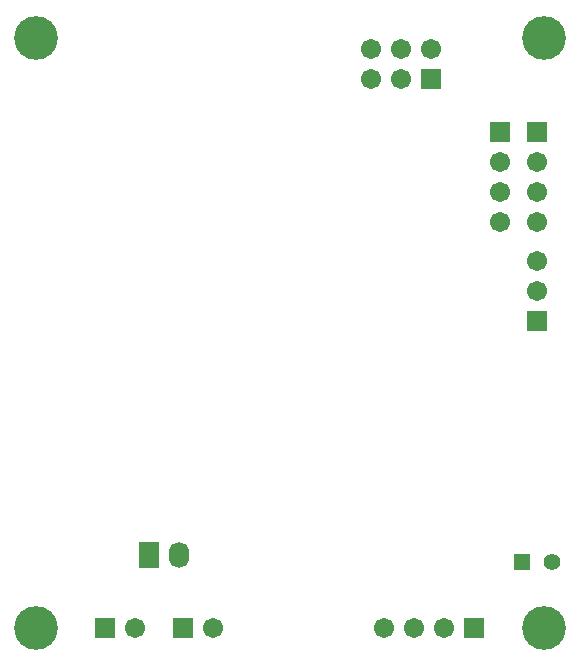
<source format=gbs>
G04*
G04 #@! TF.GenerationSoftware,Altium Limited,Altium Designer,21.6.4 (81)*
G04*
G04 Layer_Color=16711935*
%FSLAX25Y25*%
%MOIN*%
G70*
G04*
G04 #@! TF.SameCoordinates,7C905695-A8D0-471C-AD1A-FFB52B7834A9*
G04*
G04*
G04 #@! TF.FilePolarity,Negative*
G04*
G01*
G75*
%ADD55C,0.14580*%
%ADD56R,0.06706X0.06706*%
%ADD57C,0.06706*%
%ADD58C,0.05524*%
%ADD59R,0.05524X0.05524*%
%ADD61R,0.06706X0.06706*%
%ADD62R,0.06706X0.08674*%
%ADD63O,0.06706X0.08674*%
D55*
X-84646Y102362D02*
D03*
Y-94488D02*
D03*
X84646D02*
D03*
Y102362D02*
D03*
D56*
X47000Y88500D02*
D03*
X-35500Y-94500D02*
D03*
X-61500D02*
D03*
X61500D02*
D03*
D57*
X47000Y98500D02*
D03*
X37000Y88500D02*
D03*
Y98500D02*
D03*
X27000Y88500D02*
D03*
Y98500D02*
D03*
X82500Y28000D02*
D03*
Y18000D02*
D03*
X-25500Y-94500D02*
D03*
X-51500D02*
D03*
X51500D02*
D03*
X41500D02*
D03*
X31500D02*
D03*
X82500Y61000D02*
D03*
Y51000D02*
D03*
Y41000D02*
D03*
X70000Y61000D02*
D03*
Y51000D02*
D03*
Y41000D02*
D03*
D58*
X87500Y-72500D02*
D03*
D59*
X77500D02*
D03*
D61*
X82500Y8000D02*
D03*
Y71000D02*
D03*
X70000D02*
D03*
D62*
X-47000Y-70000D02*
D03*
D63*
X-37000D02*
D03*
M02*

</source>
